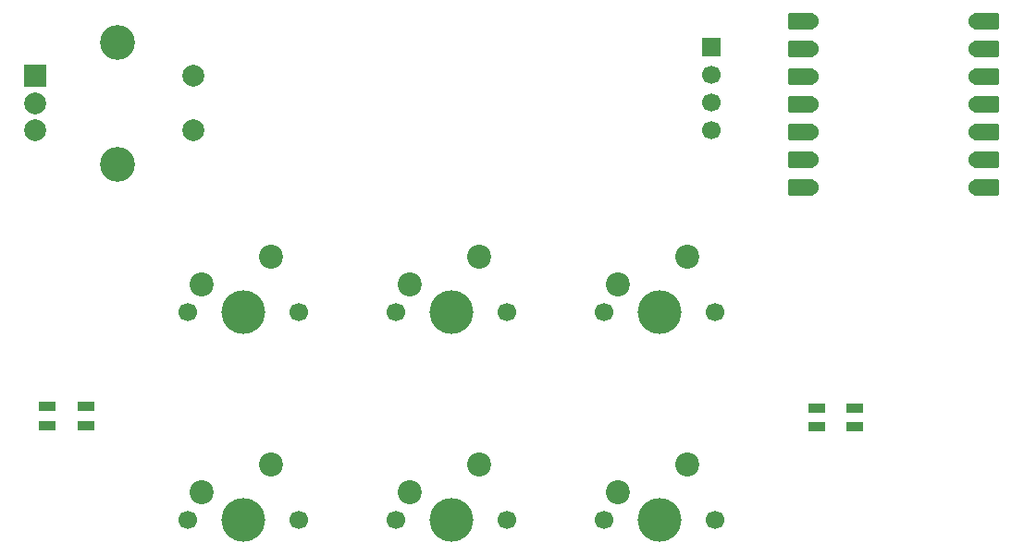
<source format=gbr>
%TF.GenerationSoftware,KiCad,Pcbnew,9.0.7*%
%TF.CreationDate,2026-01-28T20:07:14-06:00*%
%TF.ProjectId,MicroPad actual,4d696372-6f50-4616-9420-61637475616c,rev?*%
%TF.SameCoordinates,Original*%
%TF.FileFunction,Soldermask,Top*%
%TF.FilePolarity,Negative*%
%FSLAX46Y46*%
G04 Gerber Fmt 4.6, Leading zero omitted, Abs format (unit mm)*
G04 Created by KiCad (PCBNEW 9.0.7) date 2026-01-28 20:07:14*
%MOMM*%
%LPD*%
G01*
G04 APERTURE LIST*
G04 Aperture macros list*
%AMRoundRect*
0 Rectangle with rounded corners*
0 $1 Rounding radius*
0 $2 $3 $4 $5 $6 $7 $8 $9 X,Y pos of 4 corners*
0 Add a 4 corners polygon primitive as box body*
4,1,4,$2,$3,$4,$5,$6,$7,$8,$9,$2,$3,0*
0 Add four circle primitives for the rounded corners*
1,1,$1+$1,$2,$3*
1,1,$1+$1,$4,$5*
1,1,$1+$1,$6,$7*
1,1,$1+$1,$8,$9*
0 Add four rect primitives between the rounded corners*
20,1,$1+$1,$2,$3,$4,$5,0*
20,1,$1+$1,$4,$5,$6,$7,0*
20,1,$1+$1,$6,$7,$8,$9,0*
20,1,$1+$1,$8,$9,$2,$3,0*%
G04 Aperture macros list end*
%ADD10R,1.600000X0.850000*%
%ADD11R,2.000000X2.000000*%
%ADD12C,2.000000*%
%ADD13C,3.200000*%
%ADD14C,1.700000*%
%ADD15C,4.000000*%
%ADD16C,2.200000*%
%ADD17RoundRect,0.152400X1.063600X0.609600X-1.063600X0.609600X-1.063600X-0.609600X1.063600X-0.609600X0*%
%ADD18C,1.524000*%
%ADD19RoundRect,0.152400X-1.063600X-0.609600X1.063600X-0.609600X1.063600X0.609600X-1.063600X0.609600X0*%
%ADD20R,1.700000X1.700000*%
G04 APERTURE END LIST*
D10*
%TO.C,D2*%
X86850000Y-68175000D03*
X86850000Y-69925000D03*
X90350000Y-69925000D03*
X90350000Y-68175000D03*
%TD*%
%TO.C,D1*%
X157250000Y-68300000D03*
X157250000Y-70050000D03*
X160750000Y-70050000D03*
X160750000Y-68300000D03*
%TD*%
D11*
%TO.C,SW7*%
X85725000Y-37862500D03*
D12*
X85725000Y-42862500D03*
X85725000Y-40362500D03*
D13*
X93225000Y-34762500D03*
X93225000Y-45962500D03*
D12*
X100225000Y-42862500D03*
X100225000Y-37862500D03*
%TD*%
D14*
%TO.C,SW3*%
X137795000Y-78581250D03*
D15*
X142875000Y-78581250D03*
D14*
X147955000Y-78581250D03*
D16*
X145415000Y-73501250D03*
X139065000Y-76041250D03*
%TD*%
D14*
%TO.C,SW6*%
X137795000Y-59531250D03*
D15*
X142875000Y-59531250D03*
D14*
X147955000Y-59531250D03*
D16*
X145415000Y-54451250D03*
X139065000Y-56991250D03*
%TD*%
D14*
%TO.C,SW1*%
X99695000Y-78581250D03*
D15*
X104775000Y-78581250D03*
D14*
X109855000Y-78581250D03*
D16*
X107315000Y-73501250D03*
X100965000Y-76041250D03*
%TD*%
D14*
%TO.C,SW5*%
X118745000Y-59531250D03*
D15*
X123825000Y-59531250D03*
D14*
X128905000Y-59531250D03*
D16*
X126365000Y-54451250D03*
X120015000Y-56991250D03*
%TD*%
D17*
%TO.C,U1*%
X155851250Y-32861250D03*
D18*
X156686250Y-32861250D03*
D17*
X155851250Y-35401250D03*
D18*
X156686250Y-35401250D03*
D17*
X155851250Y-37941250D03*
D18*
X156686250Y-37941250D03*
D17*
X155851250Y-40481250D03*
D18*
X156686250Y-40481250D03*
D17*
X155851250Y-43021250D03*
D18*
X156686250Y-43021250D03*
D17*
X155851250Y-45561250D03*
D18*
X156686250Y-45561250D03*
D17*
X155851250Y-48101250D03*
D18*
X156686250Y-48101250D03*
X171926250Y-48101250D03*
D19*
X172761250Y-48101250D03*
D18*
X171926250Y-45561250D03*
D19*
X172761250Y-45561250D03*
D18*
X171926250Y-43021250D03*
D19*
X172761250Y-43021250D03*
D18*
X171926250Y-40481250D03*
D19*
X172761250Y-40481250D03*
D18*
X171926250Y-37941250D03*
D19*
X172761250Y-37941250D03*
D18*
X171926250Y-35401250D03*
D19*
X172761250Y-35401250D03*
D18*
X171926250Y-32861250D03*
D19*
X172761250Y-32861250D03*
%TD*%
D20*
%TO.C,J1*%
X147637500Y-35242500D03*
D14*
X147637500Y-37782500D03*
X147637500Y-40322500D03*
X147637500Y-42862500D03*
%TD*%
%TO.C,SW2*%
X118745000Y-78581250D03*
D15*
X123825000Y-78581250D03*
D14*
X128905000Y-78581250D03*
D16*
X126365000Y-73501250D03*
X120015000Y-76041250D03*
%TD*%
D14*
%TO.C,SW4*%
X99695000Y-59531250D03*
D15*
X104775000Y-59531250D03*
D14*
X109855000Y-59531250D03*
D16*
X107315000Y-54451250D03*
X100965000Y-56991250D03*
%TD*%
M02*

</source>
